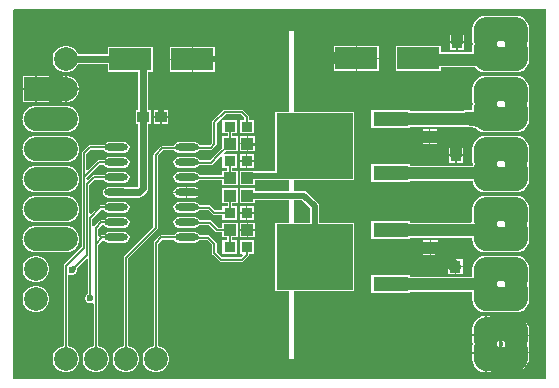
<source format=gtl>
G04*
G04 #@! TF.GenerationSoftware,Altium Limited,Altium Designer,22.5.1 (42)*
G04*
G04 Layer_Physical_Order=1*
G04 Layer_Color=255*
%FSLAX44Y44*%
%MOMM*%
G71*
G04*
G04 #@! TF.SameCoordinates,A46AD673-58F9-48DA-A448-B45004F78B62*
G04*
G04*
G04 #@! TF.FilePolarity,Positive*
G04*
G01*
G75*
%ADD11C,0.6000*%
%ADD15O,2.0000X0.6000*%
%ADD16R,3.6000X1.8500*%
%ADD17R,1.0000X0.9500*%
%ADD18R,0.9500X1.0000*%
%ADD19R,1.0500X1.0000*%
%ADD20R,0.9500X0.9000*%
%ADD21R,6.4000X5.5500*%
%ADD22R,3.0000X1.2500*%
%ADD37C,1.0000*%
%ADD38C,0.1270*%
%ADD39C,0.5000*%
%ADD40C,2.0000*%
%ADD41C,2.0000*%
%ADD42O,2.0000X3.0000*%
%ADD43O,2.0000X2.8000*%
%ADD44R,2.0000X2.0000*%
%ADD45C,0.6000*%
%ADD46C,1.0000*%
G36*
X431800Y-118300D02*
X-19050D01*
Y193602D01*
X-18152Y194500D01*
X189700Y194443D01*
X190950D01*
Y194500D01*
X431800D01*
Y-118300D01*
D02*
G37*
%LPC*%
G36*
X362520Y172970D02*
X357135D01*
Y167335D01*
X362520D01*
Y172970D01*
D02*
G37*
G36*
X355865D02*
X350480D01*
Y167335D01*
X355865D01*
Y172970D01*
D02*
G37*
G36*
X362520Y166065D02*
X357135D01*
Y160430D01*
X362520D01*
Y166065D01*
D02*
G37*
G36*
X355865D02*
X350480D01*
Y160430D01*
X355865D01*
Y166065D01*
D02*
G37*
G36*
X406400Y189167D02*
X381000D01*
X378058Y188780D01*
X375316Y187644D01*
X372962Y185838D01*
X371156Y183484D01*
X370020Y180742D01*
X369633Y177800D01*
X369639Y177750D01*
X369633Y177700D01*
Y167700D01*
X369975Y165100D01*
X369633Y162500D01*
Y158093D01*
X356500D01*
X356000Y157993D01*
X355500Y158093D01*
X343270D01*
Y163470D01*
X304730D01*
Y142430D01*
X343270D01*
Y145307D01*
X355500D01*
X356000Y145407D01*
X356500Y145307D01*
X372237D01*
X372962Y144362D01*
X375316Y142556D01*
X378058Y141420D01*
X381000Y141033D01*
X406400D01*
X409342Y141420D01*
X412084Y142556D01*
X414438Y144362D01*
X416244Y146716D01*
X417380Y149458D01*
X417767Y152400D01*
X417668Y153150D01*
X417767Y153900D01*
Y161900D01*
X417380Y164842D01*
X417273Y165100D01*
X417380Y165358D01*
X417767Y168300D01*
Y176300D01*
X417668Y177050D01*
X417767Y177800D01*
X417380Y180742D01*
X416244Y183484D01*
X414438Y185838D01*
X412084Y187644D01*
X409342Y188780D01*
X406400Y189167D01*
D02*
G37*
G36*
X290770Y163470D02*
X272135D01*
Y153585D01*
X290770D01*
Y163470D01*
D02*
G37*
G36*
X270865D02*
X252230D01*
Y153585D01*
X270865D01*
Y163470D01*
D02*
G37*
G36*
X151750Y162540D02*
X133115D01*
Y152655D01*
X151750D01*
Y162540D01*
D02*
G37*
G36*
X131845D02*
X113210D01*
Y152655D01*
X131845D01*
Y162540D01*
D02*
G37*
G36*
X290770Y152315D02*
X272135D01*
Y142430D01*
X290770D01*
Y152315D01*
D02*
G37*
G36*
X270865D02*
X252230D01*
Y142430D01*
X270865D01*
Y152315D01*
D02*
G37*
G36*
X151750Y151385D02*
X133115D01*
Y141500D01*
X151750D01*
Y151385D01*
D02*
G37*
G36*
X131845D02*
X113210D01*
Y141500D01*
X131845D01*
Y151385D01*
D02*
G37*
G36*
X26884Y138270D02*
X26035D01*
Y127635D01*
X36670D01*
Y128484D01*
X35902Y131350D01*
X34418Y133920D01*
X32320Y136018D01*
X29750Y137502D01*
X26884Y138270D01*
D02*
G37*
G36*
X11270D02*
X635D01*
Y127635D01*
X11270D01*
Y138270D01*
D02*
G37*
G36*
X-635D02*
X-11270D01*
Y127635D01*
X-635D01*
Y138270D01*
D02*
G37*
G36*
X24765D02*
X23916D01*
X21050Y137502D01*
X18480Y136018D01*
X16382Y133920D01*
X14898Y131350D01*
X14130Y128484D01*
Y127635D01*
X24765D01*
Y138270D01*
D02*
G37*
G36*
X36670Y126365D02*
X26035D01*
Y115730D01*
X26884D01*
X29750Y116498D01*
X32320Y117982D01*
X34418Y120080D01*
X35902Y122650D01*
X36670Y125516D01*
Y126365D01*
D02*
G37*
G36*
X24765D02*
X14130D01*
Y125516D01*
X14898Y122650D01*
X16382Y120080D01*
X18480Y117982D01*
X21050Y116498D01*
X23916Y115730D01*
X24765D01*
Y126365D01*
D02*
G37*
G36*
X11270D02*
X635D01*
Y115730D01*
X11270D01*
Y126365D01*
D02*
G37*
G36*
X-635D02*
X-11270D01*
Y115730D01*
X-635D01*
Y126365D01*
D02*
G37*
G36*
X406400Y138367D02*
X381000D01*
X378058Y137980D01*
X375316Y136844D01*
X372962Y135038D01*
X371156Y132684D01*
X370020Y129942D01*
X369633Y127000D01*
X369639Y126950D01*
X369633Y126900D01*
Y116900D01*
X369975Y114300D01*
X369633Y111700D01*
Y108896D01*
X356019Y107995D01*
X355600Y107993D01*
X333550D01*
X333470Y107977D01*
X333390Y107993D01*
X316720D01*
Y109120D01*
X284180D01*
Y94080D01*
X316720D01*
Y95207D01*
X333390D01*
X333470Y95223D01*
X333550Y95207D01*
X355600D01*
X356041Y95205D01*
X365073Y94895D01*
X369303Y94489D01*
X370843Y94235D01*
X372000Y93955D01*
X372711Y93688D01*
X373170Y93382D01*
X373207Y93374D01*
X375316Y91756D01*
X378058Y90620D01*
X381000Y90233D01*
X406400D01*
X409342Y90620D01*
X412084Y91756D01*
X414438Y93562D01*
X416244Y95916D01*
X417380Y98658D01*
X417767Y101600D01*
X417668Y102350D01*
X417767Y103100D01*
Y111100D01*
X417380Y114042D01*
X417273Y114300D01*
X417380Y114558D01*
X417767Y117500D01*
Y125500D01*
X417668Y126250D01*
X417767Y127000D01*
X417380Y129942D01*
X416244Y132684D01*
X414438Y135038D01*
X412084Y136844D01*
X409342Y137980D01*
X406400Y138367D01*
D02*
G37*
G36*
X112270Y109470D02*
X106635D01*
Y104085D01*
X112270D01*
Y109470D01*
D02*
G37*
G36*
X105365D02*
X99730D01*
Y104085D01*
X105365D01*
Y109470D01*
D02*
G37*
G36*
X112270Y102815D02*
X106635D01*
Y97430D01*
X112270D01*
Y102815D01*
D02*
G37*
G36*
X105365D02*
X99730D01*
Y97430D01*
X105365D01*
Y102815D01*
D02*
G37*
G36*
X25400Y112967D02*
X0D01*
X-739Y112870D01*
X-1484D01*
X-2203Y112677D01*
X-2942Y112580D01*
X-3630Y112295D01*
X-4350Y112102D01*
X-4995Y111729D01*
X-5684Y111444D01*
X-6275Y110991D01*
X-6920Y110618D01*
X-7447Y110091D01*
X-8038Y109638D01*
X-8491Y109047D01*
X-9018Y108520D01*
X-9391Y107875D01*
X-9844Y107284D01*
X-10129Y106595D01*
X-10502Y105950D01*
X-10695Y105230D01*
X-10980Y104542D01*
X-11077Y103803D01*
X-11270Y103084D01*
Y102339D01*
X-11367Y101600D01*
X-11270Y100861D01*
Y100116D01*
X-11077Y99397D01*
X-10980Y98658D01*
X-10695Y97970D01*
X-10502Y97250D01*
X-10129Y96605D01*
X-9844Y95916D01*
X-9391Y95325D01*
X-9018Y94680D01*
X-8491Y94153D01*
X-8038Y93562D01*
X-7447Y93109D01*
X-6920Y92582D01*
X-6275Y92209D01*
X-5684Y91756D01*
X-4995Y91471D01*
X-4350Y91098D01*
X-3630Y90905D01*
X-2942Y90620D01*
X-2203Y90523D01*
X-1484Y90330D01*
X-739D01*
X0Y90233D01*
X25400D01*
X26139Y90330D01*
X26884D01*
X27603Y90523D01*
X28342Y90620D01*
X29030Y90905D01*
X29750Y91098D01*
X30395Y91471D01*
X31084Y91756D01*
X31675Y92209D01*
X32320Y92582D01*
X32847Y93109D01*
X33438Y93562D01*
X33891Y94153D01*
X34418Y94680D01*
X34791Y95325D01*
X35244Y95916D01*
X35529Y96605D01*
X35902Y97250D01*
X36095Y97970D01*
X36380Y98658D01*
X36477Y99397D01*
X36670Y100116D01*
Y100861D01*
X36767Y101600D01*
X36670Y102339D01*
Y103084D01*
X36477Y103803D01*
X36380Y104542D01*
X36095Y105230D01*
X35902Y105950D01*
X35529Y106595D01*
X35244Y107284D01*
X34791Y107875D01*
X34418Y108520D01*
X33891Y109047D01*
X33438Y109638D01*
X32847Y110091D01*
X32320Y110618D01*
X31675Y110991D01*
X31084Y111444D01*
X30395Y111729D01*
X29750Y112102D01*
X29030Y112295D01*
X28342Y112580D01*
X27603Y112677D01*
X26884Y112870D01*
X26139D01*
X25400Y112967D01*
D02*
G37*
G36*
X159950Y109642D02*
X159207Y109494D01*
X158577Y109073D01*
X158576Y109073D01*
X149827Y100323D01*
X149405Y99693D01*
X149258Y98950D01*
Y81504D01*
X147146Y79392D01*
X138688D01*
X137829Y80679D01*
X136416Y81622D01*
X134750Y81954D01*
X120750D01*
X119084Y81622D01*
X117671Y80679D01*
X116728Y79266D01*
X116653Y78892D01*
X107200D01*
X107200Y78892D01*
X106457Y78745D01*
X105827Y78323D01*
X100127Y72623D01*
X99705Y71993D01*
X99558Y71250D01*
Y10305D01*
X74827Y-14427D01*
X74405Y-15057D01*
X74258Y-15800D01*
Y-90453D01*
X71850Y-91098D01*
X69280Y-92582D01*
X67182Y-94680D01*
X65698Y-97250D01*
X64930Y-100116D01*
Y-103084D01*
X65698Y-105950D01*
X67182Y-108520D01*
X69280Y-110618D01*
X71850Y-112102D01*
X74716Y-112870D01*
X77684D01*
X80550Y-112102D01*
X83120Y-110618D01*
X85218Y-108520D01*
X86702Y-105950D01*
X87470Y-103084D01*
Y-100116D01*
X86702Y-97250D01*
X85218Y-94680D01*
X83120Y-92582D01*
X80550Y-91098D01*
X78142Y-90453D01*
Y-16604D01*
X102873Y8127D01*
X103294Y8757D01*
X103442Y9500D01*
Y70445D01*
X108005Y75008D01*
X117347D01*
X117671Y74521D01*
X119084Y73578D01*
X120750Y73246D01*
X134750D01*
X136416Y73578D01*
X137829Y74521D01*
X138487Y75508D01*
X147950D01*
X148693Y75656D01*
X149324Y76077D01*
X152573Y79327D01*
X152573Y79327D01*
X152994Y79957D01*
X153142Y80700D01*
Y98146D01*
X160755Y105758D01*
X173645D01*
X176578Y102825D01*
Y100990D01*
X172500D01*
Y89450D01*
X184540D01*
Y100990D01*
X180462D01*
Y103630D01*
X180462Y103630D01*
X180315Y104373D01*
X179893Y105003D01*
X175823Y109073D01*
X175193Y109494D01*
X174450Y109642D01*
X159950D01*
X159950Y109642D01*
D02*
G37*
G36*
X339490Y92790D02*
X334105D01*
Y87155D01*
X339490D01*
Y92790D01*
D02*
G37*
G36*
X332835D02*
X327450D01*
Y87155D01*
X332835D01*
Y92790D01*
D02*
G37*
G36*
X185540Y86990D02*
X179655D01*
Y81355D01*
X185540D01*
Y86990D01*
D02*
G37*
G36*
X178385D02*
X172500D01*
Y81355D01*
X178385D01*
Y86990D01*
D02*
G37*
G36*
X339490Y85885D02*
X334105D01*
Y80250D01*
X339490D01*
Y85885D01*
D02*
G37*
G36*
X332835D02*
X327450D01*
Y80250D01*
X332835D01*
Y85885D01*
D02*
G37*
G36*
X75250Y81954D02*
X61250D01*
X59584Y81622D01*
X58172Y80679D01*
X57412Y79542D01*
X45850D01*
X45850Y79542D01*
X45107Y79394D01*
X44477Y78973D01*
X39377Y73873D01*
X38956Y73243D01*
X38808Y72500D01*
Y52495D01*
X38746Y52378D01*
X38808Y52179D01*
Y-6445D01*
X24027Y-21227D01*
X23605Y-21857D01*
X23458Y-22600D01*
Y-90453D01*
X21050Y-91098D01*
X18480Y-92582D01*
X16382Y-94680D01*
X14898Y-97250D01*
X14130Y-100116D01*
Y-103084D01*
X14898Y-105950D01*
X16382Y-108520D01*
X18480Y-110618D01*
X21050Y-112102D01*
X23916Y-112870D01*
X26884D01*
X29750Y-112102D01*
X32320Y-110618D01*
X34418Y-108520D01*
X35902Y-105950D01*
X36670Y-103084D01*
Y-100116D01*
X35902Y-97250D01*
X34418Y-94680D01*
X32320Y-92582D01*
X29750Y-91098D01*
X27342Y-90453D01*
Y-30290D01*
X28612Y-29736D01*
X29901Y-30270D01*
X31599D01*
X33169Y-29620D01*
X34370Y-28419D01*
X35020Y-26849D01*
Y-26244D01*
X35124Y-26015D01*
X35147Y-25296D01*
X35175Y-25038D01*
X35215Y-24800D01*
X35264Y-24597D01*
X35317Y-24430D01*
X35373Y-24297D01*
X35426Y-24197D01*
X35475Y-24126D01*
X35576Y-24012D01*
X35624Y-23873D01*
X42884Y-16612D01*
X44058Y-17098D01*
Y-45237D01*
X43995Y-45358D01*
X44000Y-45373D01*
X43993Y-45388D01*
X43983Y-45543D01*
X43968Y-45621D01*
X43938Y-45717D01*
X43888Y-45831D01*
X43812Y-45967D01*
X43708Y-46120D01*
X43571Y-46291D01*
X43401Y-46476D01*
X43197Y-46674D01*
X42934Y-46903D01*
X42810Y-47152D01*
X42130Y-47831D01*
X41480Y-49401D01*
Y-51099D01*
X42130Y-52669D01*
X43331Y-53870D01*
X44901Y-54520D01*
X46599D01*
X47588Y-54111D01*
X48858Y-54840D01*
Y-90453D01*
X46450Y-91098D01*
X43880Y-92582D01*
X41782Y-94680D01*
X40298Y-97250D01*
X39530Y-100116D01*
Y-103084D01*
X40298Y-105950D01*
X41782Y-108520D01*
X43880Y-110618D01*
X46450Y-112102D01*
X49316Y-112870D01*
X52284D01*
X55150Y-112102D01*
X57720Y-110618D01*
X59818Y-108520D01*
X61302Y-105950D01*
X62070Y-103084D01*
Y-100116D01*
X61302Y-97250D01*
X59818Y-94680D01*
X57720Y-92582D01*
X55150Y-91098D01*
X52742Y-90453D01*
Y-5922D01*
X52804Y-5806D01*
X52791Y-5766D01*
X52809Y-5727D01*
X52816Y-5528D01*
X52831Y-5390D01*
X52856Y-5262D01*
X52889Y-5142D01*
X52931Y-5027D01*
X52982Y-4917D01*
X53043Y-4809D01*
X53116Y-4701D01*
X53204Y-4592D01*
X53339Y-4446D01*
X53395Y-4297D01*
X56392Y-1300D01*
X58026Y-1461D01*
X58172Y-1679D01*
X59584Y-2622D01*
X61250Y-2954D01*
X75250D01*
X76916Y-2622D01*
X78328Y-1679D01*
X79272Y-266D01*
X79604Y1400D01*
X79272Y3066D01*
X78328Y4478D01*
X76916Y5422D01*
X75250Y5754D01*
X61250D01*
X59584Y5422D01*
X58172Y4478D01*
X57412Y3342D01*
X56345D01*
X56345Y3342D01*
X55602Y3194D01*
X54972Y2773D01*
X53916Y1717D01*
X52742Y2203D01*
Y8496D01*
X56247Y12000D01*
X57574Y11915D01*
X58172Y11021D01*
X59584Y10078D01*
X61250Y9746D01*
X75250D01*
X76916Y10078D01*
X78328Y11021D01*
X79272Y12434D01*
X79604Y14100D01*
X79272Y15766D01*
X78328Y17178D01*
X76916Y18122D01*
X75250Y18454D01*
X61250D01*
X59584Y18122D01*
X58172Y17178D01*
X57412Y16042D01*
X55600D01*
X54857Y15895D01*
X54227Y15473D01*
X54226Y15473D01*
X49427Y10673D01*
X49212Y10353D01*
X47942Y10712D01*
Y17196D01*
X55554Y24808D01*
X57446D01*
X58172Y23721D01*
X59584Y22778D01*
X61250Y22446D01*
X75250D01*
X76916Y22778D01*
X78328Y23721D01*
X79272Y25134D01*
X79604Y26800D01*
X79272Y28466D01*
X78328Y29878D01*
X76916Y30822D01*
X75250Y31154D01*
X61250D01*
X59584Y30822D01*
X58172Y29878D01*
X57379Y28692D01*
X54750D01*
X54750Y28692D01*
X54007Y28544D01*
X53377Y28123D01*
X53376Y28123D01*
X46406Y21153D01*
X45232Y21639D01*
Y45486D01*
X50054Y50308D01*
X57379D01*
X58172Y49121D01*
X59584Y48178D01*
X61250Y47846D01*
X75250D01*
X76916Y48178D01*
X78328Y49121D01*
X79272Y50534D01*
X79604Y52200D01*
X79272Y53866D01*
X78328Y55279D01*
X76916Y56222D01*
X75250Y56554D01*
X61250D01*
X59584Y56222D01*
X58172Y55279D01*
X57446Y54192D01*
X49250D01*
X48507Y54044D01*
X47877Y53623D01*
X44619Y50366D01*
X43994Y50256D01*
X42942Y50449D01*
X42759Y50668D01*
X42766Y50867D01*
X42781Y51005D01*
X42806Y51133D01*
X42839Y51253D01*
X42881Y51368D01*
X42932Y51478D01*
X42993Y51586D01*
X43066Y51694D01*
X43154Y51803D01*
X43289Y51948D01*
X43345Y52098D01*
X54205Y62958D01*
X57412D01*
X58172Y61821D01*
X59584Y60878D01*
X61250Y60546D01*
X75250D01*
X76916Y60878D01*
X78328Y61821D01*
X79272Y63234D01*
X79604Y64900D01*
X79272Y66566D01*
X78328Y67979D01*
X76916Y68922D01*
X75250Y69254D01*
X61250D01*
X59584Y68922D01*
X58172Y67979D01*
X57412Y66842D01*
X53400D01*
X52657Y66694D01*
X52027Y66273D01*
X43866Y58113D01*
X42692Y58598D01*
Y71695D01*
X46655Y75658D01*
X57412D01*
X58172Y74521D01*
X59584Y73578D01*
X61250Y73246D01*
X75250D01*
X76916Y73578D01*
X78328Y74521D01*
X79272Y75934D01*
X79604Y77600D01*
X79272Y79266D01*
X78328Y80679D01*
X76916Y81622D01*
X75250Y81954D01*
D02*
G37*
G36*
X185540Y80085D02*
X179655D01*
Y74450D01*
X185540D01*
Y80085D01*
D02*
G37*
G36*
X178385D02*
X172500D01*
Y74450D01*
X178385D01*
Y80085D01*
D02*
G37*
G36*
X361695Y77245D02*
X356310D01*
Y71610D01*
X361695D01*
Y77245D01*
D02*
G37*
G36*
X355040D02*
X349655D01*
Y71610D01*
X355040D01*
Y77245D01*
D02*
G37*
G36*
X184540Y71990D02*
X179155D01*
Y66855D01*
X184540D01*
Y71990D01*
D02*
G37*
G36*
X177885D02*
X172500D01*
Y66855D01*
X177885D01*
Y71990D01*
D02*
G37*
G36*
X25400Y87567D02*
X0D01*
X-739Y87470D01*
X-1484D01*
X-2203Y87277D01*
X-2942Y87180D01*
X-3630Y86895D01*
X-4350Y86702D01*
X-4995Y86329D01*
X-5684Y86044D01*
X-6275Y85591D01*
X-6920Y85218D01*
X-7447Y84691D01*
X-8038Y84238D01*
X-8491Y83647D01*
X-9018Y83120D01*
X-9391Y82475D01*
X-9844Y81884D01*
X-10129Y81195D01*
X-10502Y80550D01*
X-10695Y79830D01*
X-10980Y79142D01*
X-11077Y78403D01*
X-11270Y77684D01*
Y76939D01*
X-11367Y76200D01*
X-11270Y75461D01*
Y74716D01*
X-11077Y73997D01*
X-10980Y73258D01*
X-10695Y72570D01*
X-10502Y71850D01*
X-10129Y71205D01*
X-9844Y70516D01*
X-9391Y69925D01*
X-9018Y69280D01*
X-8491Y68753D01*
X-8038Y68162D01*
X-7447Y67709D01*
X-6920Y67182D01*
X-6275Y66809D01*
X-5684Y66356D01*
X-4995Y66071D01*
X-4350Y65698D01*
X-3630Y65505D01*
X-2942Y65220D01*
X-2203Y65123D01*
X-1484Y64930D01*
X-739D01*
X0Y64833D01*
X25400D01*
X26139Y64930D01*
X26884D01*
X27603Y65123D01*
X28342Y65220D01*
X29030Y65505D01*
X29750Y65698D01*
X30395Y66071D01*
X31084Y66356D01*
X31675Y66809D01*
X32320Y67182D01*
X32847Y67709D01*
X33438Y68162D01*
X33891Y68753D01*
X34418Y69280D01*
X34791Y69925D01*
X35244Y70516D01*
X35529Y71205D01*
X35902Y71850D01*
X36095Y72570D01*
X36380Y73258D01*
X36477Y73997D01*
X36670Y74716D01*
Y75461D01*
X36767Y76200D01*
X36670Y76939D01*
Y77684D01*
X36477Y78403D01*
X36380Y79142D01*
X36095Y79830D01*
X35902Y80550D01*
X35529Y81195D01*
X35244Y81884D01*
X34791Y82475D01*
X34418Y83120D01*
X33891Y83647D01*
X33438Y84238D01*
X32847Y84691D01*
X32320Y85218D01*
X31675Y85591D01*
X31084Y86044D01*
X30395Y86329D01*
X29750Y86702D01*
X29030Y86895D01*
X28342Y87180D01*
X27603Y87277D01*
X26884Y87470D01*
X26139D01*
X25400Y87567D01*
D02*
G37*
G36*
X361695Y70340D02*
X356310D01*
Y64705D01*
X361695D01*
Y70340D01*
D02*
G37*
G36*
X355040D02*
X349655D01*
Y64705D01*
X355040D01*
Y70340D01*
D02*
G37*
G36*
X406400Y87567D02*
X381000D01*
X378058Y87180D01*
X375316Y86044D01*
X372962Y84238D01*
X371156Y81884D01*
X370020Y79142D01*
X369633Y76200D01*
X369639Y76150D01*
X369633Y76100D01*
Y66100D01*
X369975Y63500D01*
X369803Y62193D01*
X361695D01*
Y62245D01*
X349655D01*
Y62193D01*
X316720D01*
Y63320D01*
X284180D01*
Y48280D01*
X316720D01*
Y49407D01*
X369816D01*
X370020Y47858D01*
X371156Y45116D01*
X372962Y42762D01*
X375316Y40956D01*
X378058Y39820D01*
X381000Y39433D01*
X406400D01*
X409342Y39820D01*
X412084Y40956D01*
X414438Y42762D01*
X416244Y45116D01*
X417380Y47858D01*
X417767Y50800D01*
X417668Y51550D01*
X417767Y52300D01*
Y60300D01*
X417380Y63242D01*
X417273Y63500D01*
X417380Y63758D01*
X417767Y66700D01*
Y74700D01*
X417668Y75450D01*
X417767Y76200D01*
X417380Y79142D01*
X416244Y81884D01*
X414438Y84238D01*
X412084Y86044D01*
X409342Y87180D01*
X406400Y87567D01*
D02*
G37*
G36*
X184540Y65585D02*
X179155D01*
Y60450D01*
X184540D01*
Y65585D01*
D02*
G37*
G36*
X177885D02*
X172500D01*
Y60450D01*
X177885D01*
Y65585D01*
D02*
G37*
G36*
X218450Y175750D02*
X214216D01*
Y107720D01*
X202680D01*
Y57294D01*
X185540D01*
Y57990D01*
X172500D01*
Y45450D01*
X185540D01*
Y49606D01*
X210700D01*
X210700Y49606D01*
X211071Y49680D01*
X214216D01*
Y40564D01*
X185540D01*
Y42990D01*
X172500D01*
Y30450D01*
X185540D01*
Y32876D01*
X214216D01*
Y13720D01*
X202680D01*
Y-44320D01*
X214216D01*
Y-101750D01*
X218450D01*
Y-44320D01*
X269220D01*
Y13720D01*
X239794D01*
Y27950D01*
X239501Y29421D01*
X238668Y30668D01*
X238668Y30668D01*
X229898Y39438D01*
X228651Y40271D01*
X227180Y40564D01*
X227180Y40564D01*
X218450D01*
Y49680D01*
X269220D01*
Y107720D01*
X218450D01*
Y175750D01*
D02*
G37*
G36*
X170040Y100990D02*
X158000D01*
Y89450D01*
X162578D01*
Y86990D01*
X158000D01*
Y77197D01*
X153204Y72401D01*
X153204Y72401D01*
X147495Y66692D01*
X138688D01*
X137829Y67979D01*
X136416Y68922D01*
X134750Y69254D01*
X120750D01*
X119084Y68922D01*
X117671Y67979D01*
X116728Y66566D01*
X116396Y64900D01*
X116728Y63234D01*
X117671Y61821D01*
X119084Y60878D01*
X120750Y60546D01*
X134750D01*
X136416Y60878D01*
X137829Y61821D01*
X138487Y62808D01*
X148300D01*
X149043Y62956D01*
X149674Y63377D01*
X155951Y69654D01*
X155951Y69654D01*
X155951Y69654D01*
X156827Y70530D01*
X158000Y70044D01*
Y60450D01*
X162078D01*
Y57990D01*
X158000D01*
Y53992D01*
X138688D01*
X137829Y55279D01*
X136416Y56222D01*
X134750Y56554D01*
X120750D01*
X119084Y56222D01*
X117671Y55279D01*
X116728Y53866D01*
X116396Y52200D01*
X116728Y50534D01*
X117671Y49121D01*
X119084Y48178D01*
X120750Y47846D01*
X134750D01*
X136416Y48178D01*
X137829Y49121D01*
X138487Y50108D01*
X158000D01*
Y45450D01*
X171040D01*
Y57990D01*
X165962D01*
Y60450D01*
X170040D01*
Y71990D01*
X159946D01*
X159460Y73163D01*
X160747Y74450D01*
X171040D01*
Y86990D01*
X166462D01*
Y89450D01*
X170040D01*
Y100990D01*
D02*
G37*
G36*
X134750Y43854D02*
X128385D01*
Y40135D01*
X138977D01*
X138772Y41166D01*
X137829Y42579D01*
X136416Y43522D01*
X134750Y43854D01*
D02*
G37*
G36*
X127115D02*
X120750D01*
X119084Y43522D01*
X117671Y42579D01*
X116728Y41166D01*
X116523Y40135D01*
X127115D01*
Y43854D01*
D02*
G37*
G36*
X25400Y62167D02*
X0D01*
X-739Y62070D01*
X-1484D01*
X-2203Y61877D01*
X-2942Y61780D01*
X-3630Y61495D01*
X-4350Y61302D01*
X-4995Y60929D01*
X-5684Y60644D01*
X-6275Y60191D01*
X-6920Y59818D01*
X-7447Y59291D01*
X-8038Y58838D01*
X-8491Y58247D01*
X-9018Y57720D01*
X-9391Y57075D01*
X-9844Y56484D01*
X-10129Y55795D01*
X-10502Y55150D01*
X-10695Y54430D01*
X-10980Y53742D01*
X-11077Y53003D01*
X-11270Y52284D01*
Y51539D01*
X-11367Y50800D01*
X-11270Y50061D01*
Y49316D01*
X-11077Y48597D01*
X-10980Y47858D01*
X-10695Y47170D01*
X-10502Y46450D01*
X-10129Y45805D01*
X-9844Y45116D01*
X-9391Y44525D01*
X-9018Y43880D01*
X-8491Y43353D01*
X-8038Y42762D01*
X-7447Y42309D01*
X-6920Y41782D01*
X-6275Y41409D01*
X-5684Y40956D01*
X-4995Y40671D01*
X-4350Y40298D01*
X-3630Y40105D01*
X-2942Y39820D01*
X-2203Y39723D01*
X-1484Y39530D01*
X-739D01*
X0Y39433D01*
X25400D01*
X26139Y39530D01*
X26884D01*
X27603Y39723D01*
X28342Y39820D01*
X29030Y40105D01*
X29750Y40298D01*
X30395Y40671D01*
X31084Y40956D01*
X31675Y41409D01*
X32320Y41782D01*
X32847Y42309D01*
X33438Y42762D01*
X33891Y43353D01*
X34418Y43880D01*
X34791Y44525D01*
X35244Y45116D01*
X35529Y45805D01*
X35902Y46450D01*
X36095Y47170D01*
X36380Y47858D01*
X36477Y48597D01*
X36670Y49316D01*
Y50061D01*
X36767Y50800D01*
X36670Y51539D01*
Y52284D01*
X36477Y53003D01*
X36380Y53742D01*
X36095Y54430D01*
X35902Y55150D01*
X35529Y55795D01*
X35244Y56484D01*
X34791Y57075D01*
X34418Y57720D01*
X33891Y58247D01*
X33438Y58838D01*
X32847Y59291D01*
X32320Y59818D01*
X31675Y60191D01*
X31084Y60644D01*
X30395Y60929D01*
X29750Y61302D01*
X29030Y61495D01*
X28342Y61780D01*
X27603Y61877D01*
X26884Y62070D01*
X26139D01*
X25400Y62167D01*
D02*
G37*
G36*
X138977Y38865D02*
X128385D01*
Y35146D01*
X134750D01*
X136416Y35478D01*
X137829Y36421D01*
X138772Y37834D01*
X138977Y38865D01*
D02*
G37*
G36*
X127115D02*
X116523D01*
X116728Y37834D01*
X117671Y36421D01*
X119084Y35478D01*
X120750Y35146D01*
X127115D01*
Y38865D01*
D02*
G37*
G36*
X26884Y163670D02*
X23916D01*
X21050Y162902D01*
X18480Y161418D01*
X16382Y159320D01*
X14898Y156750D01*
X14130Y153884D01*
Y150916D01*
X14898Y148050D01*
X16382Y145480D01*
X18480Y143382D01*
X21050Y141898D01*
X23916Y141130D01*
X26884D01*
X29750Y141898D01*
X32320Y143382D01*
X34418Y145480D01*
X35900Y148046D01*
X60710D01*
Y141500D01*
X86646D01*
Y109470D01*
X84730D01*
Y97430D01*
X86646D01*
Y44953D01*
X85547Y43854D01*
X61250D01*
X59584Y43522D01*
X58172Y42579D01*
X57228Y41166D01*
X56896Y39500D01*
X57228Y37834D01*
X58172Y36421D01*
X59584Y35478D01*
X61250Y35146D01*
X87350D01*
X89016Y35478D01*
X90428Y36421D01*
X94079Y40072D01*
X95022Y41484D01*
X95354Y43150D01*
Y97430D01*
X97270D01*
Y109470D01*
X95354D01*
Y141500D01*
X99250D01*
Y162540D01*
X60710D01*
Y156754D01*
X35900D01*
X34418Y159320D01*
X32320Y161418D01*
X29750Y162902D01*
X26884Y163670D01*
D02*
G37*
G36*
X171040Y42990D02*
X158000D01*
Y30450D01*
X162578D01*
Y27990D01*
X158000D01*
Y24162D01*
X151985D01*
X148123Y28023D01*
X147493Y28444D01*
X146750Y28592D01*
X138688D01*
X137829Y29878D01*
X136416Y30822D01*
X134750Y31154D01*
X120750D01*
X119084Y30822D01*
X117671Y29878D01*
X116728Y28466D01*
X116396Y26800D01*
X116728Y25134D01*
X117671Y23721D01*
X119084Y22778D01*
X120750Y22446D01*
X134750D01*
X136416Y22778D01*
X137829Y23721D01*
X138487Y24708D01*
X145946D01*
X149806Y20847D01*
X150437Y20426D01*
X151180Y20278D01*
X151180Y20278D01*
X158000D01*
Y16450D01*
X170040D01*
Y27990D01*
X166462D01*
Y30450D01*
X171040D01*
Y42990D01*
D02*
G37*
G36*
X184540Y27990D02*
X179155D01*
Y22855D01*
X184540D01*
Y27990D01*
D02*
G37*
G36*
X177885D02*
X172500D01*
Y22855D01*
X177885D01*
Y27990D01*
D02*
G37*
G36*
X184540Y21585D02*
X179155D01*
Y16450D01*
X184540D01*
Y21585D01*
D02*
G37*
G36*
X177885D02*
X172500D01*
Y16450D01*
X177885D01*
Y21585D01*
D02*
G37*
G36*
X25400Y36767D02*
X0D01*
X-739Y36670D01*
X-1484D01*
X-2203Y36477D01*
X-2942Y36380D01*
X-3630Y36095D01*
X-4350Y35902D01*
X-4995Y35529D01*
X-5684Y35244D01*
X-6275Y34791D01*
X-6920Y34418D01*
X-7447Y33891D01*
X-8038Y33438D01*
X-8491Y32847D01*
X-9018Y32320D01*
X-9391Y31675D01*
X-9844Y31084D01*
X-10129Y30395D01*
X-10502Y29750D01*
X-10695Y29030D01*
X-10980Y28342D01*
X-11077Y27603D01*
X-11270Y26884D01*
Y26139D01*
X-11367Y25400D01*
X-11270Y24661D01*
Y23916D01*
X-11077Y23197D01*
X-10980Y22458D01*
X-10695Y21770D01*
X-10502Y21050D01*
X-10129Y20405D01*
X-9844Y19716D01*
X-9391Y19125D01*
X-9018Y18480D01*
X-8491Y17953D01*
X-8038Y17362D01*
X-7447Y16909D01*
X-6920Y16382D01*
X-6275Y16009D01*
X-5684Y15556D01*
X-4995Y15271D01*
X-4350Y14898D01*
X-3630Y14705D01*
X-2942Y14420D01*
X-2203Y14323D01*
X-1484Y14130D01*
X-739D01*
X0Y14033D01*
X25400D01*
X26139Y14130D01*
X26884D01*
X27603Y14323D01*
X28342Y14420D01*
X29030Y14705D01*
X29750Y14898D01*
X30395Y15271D01*
X31084Y15556D01*
X31675Y16009D01*
X32320Y16382D01*
X32847Y16909D01*
X33438Y17362D01*
X33891Y17953D01*
X34418Y18480D01*
X34791Y19125D01*
X35244Y19716D01*
X35529Y20405D01*
X35902Y21050D01*
X36095Y21770D01*
X36380Y22458D01*
X36477Y23197D01*
X36670Y23916D01*
Y24661D01*
X36767Y25400D01*
X36670Y26139D01*
Y26884D01*
X36477Y27603D01*
X36380Y28342D01*
X36095Y29030D01*
X35902Y29750D01*
X35529Y30395D01*
X35244Y31084D01*
X34791Y31675D01*
X34418Y32320D01*
X33891Y32847D01*
X33438Y33438D01*
X32847Y33891D01*
X32320Y34418D01*
X31675Y34791D01*
X31084Y35244D01*
X30395Y35529D01*
X29750Y35902D01*
X29030Y36095D01*
X28342Y36380D01*
X27603Y36477D01*
X26884Y36670D01*
X26139D01*
X25400Y36767D01*
D02*
G37*
G36*
X406400D02*
X381000D01*
X378058Y36380D01*
X375316Y35244D01*
X372962Y33438D01*
X371156Y31084D01*
X370020Y28342D01*
X369633Y25400D01*
X369639Y25350D01*
X369633Y25300D01*
Y15300D01*
X369679Y14948D01*
X368842Y13993D01*
X316720D01*
Y15120D01*
X284180D01*
Y80D01*
X316720D01*
Y1207D01*
X369425D01*
X369633Y-0D01*
X370020Y-2942D01*
X371156Y-5684D01*
X372962Y-8038D01*
X375316Y-9844D01*
X378058Y-10980D01*
X381000Y-11367D01*
X406400D01*
X409342Y-10980D01*
X412084Y-9844D01*
X414438Y-8038D01*
X416244Y-5684D01*
X417380Y-2942D01*
X417767Y0D01*
X417668Y750D01*
X417767Y1500D01*
Y9500D01*
X417380Y12442D01*
X417273Y12700D01*
X417380Y12958D01*
X417767Y15900D01*
Y23900D01*
X417668Y24650D01*
X417767Y25400D01*
X417380Y28342D01*
X416244Y31084D01*
X414438Y33438D01*
X412084Y35244D01*
X409342Y36380D01*
X406400Y36767D01*
D02*
G37*
G36*
X185540Y13990D02*
X179655D01*
Y8355D01*
X185540D01*
Y13990D01*
D02*
G37*
G36*
X178385D02*
X172500D01*
Y8355D01*
X178385D01*
Y13990D01*
D02*
G37*
G36*
X185540Y7085D02*
X179655D01*
Y1450D01*
X185540D01*
Y7085D01*
D02*
G37*
G36*
X178385D02*
X172500D01*
Y1450D01*
X178385D01*
Y7085D01*
D02*
G37*
G36*
X340240Y-1130D02*
X334855D01*
Y-6765D01*
X340240D01*
Y-1130D01*
D02*
G37*
G36*
X333585D02*
X328200D01*
Y-6765D01*
X333585D01*
Y-1130D01*
D02*
G37*
G36*
X25400Y11367D02*
X0D01*
X-739Y11270D01*
X-1484D01*
X-2203Y11077D01*
X-2942Y10980D01*
X-3630Y10695D01*
X-4350Y10502D01*
X-4995Y10129D01*
X-5684Y9844D01*
X-6275Y9391D01*
X-6920Y9018D01*
X-7447Y8491D01*
X-8038Y8038D01*
X-8491Y7447D01*
X-9018Y6920D01*
X-9391Y6275D01*
X-9844Y5684D01*
X-10129Y4995D01*
X-10502Y4350D01*
X-10695Y3630D01*
X-10980Y2942D01*
X-11077Y2203D01*
X-11270Y1484D01*
Y739D01*
X-11367Y0D01*
X-11270Y-739D01*
Y-1484D01*
X-11077Y-2203D01*
X-10980Y-2942D01*
X-10695Y-3630D01*
X-10502Y-4350D01*
X-10129Y-4995D01*
X-9844Y-5684D01*
X-9391Y-6275D01*
X-9018Y-6920D01*
X-8491Y-7447D01*
X-8038Y-8038D01*
X-7447Y-8491D01*
X-6920Y-9018D01*
X-6275Y-9391D01*
X-5684Y-9844D01*
X-4995Y-10129D01*
X-4350Y-10502D01*
X-3630Y-10695D01*
X-2942Y-10980D01*
X-2203Y-11077D01*
X-1484Y-11270D01*
X-739D01*
X0Y-11367D01*
X25400D01*
X26139Y-11270D01*
X26884D01*
X27603Y-11077D01*
X28342Y-10980D01*
X29030Y-10695D01*
X29750Y-10502D01*
X30395Y-10129D01*
X31084Y-9844D01*
X31675Y-9391D01*
X32320Y-9018D01*
X32847Y-8491D01*
X33438Y-8038D01*
X33891Y-7447D01*
X34418Y-6920D01*
X34791Y-6275D01*
X35244Y-5684D01*
X35529Y-4995D01*
X35902Y-4350D01*
X36095Y-3630D01*
X36380Y-2942D01*
X36477Y-2203D01*
X36670Y-1484D01*
Y-739D01*
X36767Y0D01*
X36670Y739D01*
Y1484D01*
X36477Y2203D01*
X36380Y2942D01*
X36095Y3630D01*
X35902Y4350D01*
X35529Y4995D01*
X35244Y5684D01*
X34791Y6275D01*
X34418Y6920D01*
X33891Y7447D01*
X33438Y8038D01*
X32847Y8491D01*
X32320Y9018D01*
X31675Y9391D01*
X31084Y9844D01*
X30395Y10129D01*
X29750Y10502D01*
X29030Y10695D01*
X28342Y10980D01*
X27603Y11077D01*
X26884Y11270D01*
X26139D01*
X25400Y11367D01*
D02*
G37*
G36*
X134750Y18454D02*
X120750D01*
X119084Y18122D01*
X117671Y17178D01*
X116728Y15766D01*
X116396Y14100D01*
X116728Y12434D01*
X117671Y11021D01*
X119084Y10078D01*
X120750Y9746D01*
X134750D01*
X136416Y10078D01*
X137829Y11021D01*
X138487Y12008D01*
X146645D01*
X152306Y6347D01*
X152937Y5926D01*
X153680Y5778D01*
X158000D01*
Y1450D01*
X162078D01*
Y-1010D01*
X158000D01*
Y-12550D01*
X170040D01*
Y-1010D01*
X165962D01*
Y1450D01*
X171040D01*
Y13990D01*
X158000D01*
Y9662D01*
X154485D01*
X148823Y15323D01*
X148193Y15745D01*
X147450Y15892D01*
X138688D01*
X137829Y17178D01*
X136416Y18122D01*
X134750Y18454D01*
D02*
G37*
G36*
X340240Y-8035D02*
X334855D01*
Y-13670D01*
X340240D01*
Y-8035D01*
D02*
G37*
G36*
X333585D02*
X328200D01*
Y-13670D01*
X333585D01*
Y-8035D01*
D02*
G37*
G36*
X134750Y5754D02*
X120750D01*
X119084Y5422D01*
X117671Y4478D01*
X116912Y3342D01*
X106400D01*
X105657Y3194D01*
X105027Y2773D01*
X100227Y-2027D01*
X99805Y-2657D01*
X99658Y-3400D01*
Y-90453D01*
X97250Y-91098D01*
X94680Y-92582D01*
X92582Y-94680D01*
X91098Y-97250D01*
X90330Y-100116D01*
Y-103084D01*
X91098Y-105950D01*
X92582Y-108520D01*
X94680Y-110618D01*
X97250Y-112102D01*
X100116Y-112870D01*
X103084D01*
X105950Y-112102D01*
X108520Y-110618D01*
X110618Y-108520D01*
X112102Y-105950D01*
X112870Y-103084D01*
Y-100116D01*
X112102Y-97250D01*
X110618Y-94680D01*
X108520Y-92582D01*
X105950Y-91098D01*
X103542Y-90453D01*
Y-4205D01*
X107205Y-542D01*
X116912D01*
X117671Y-1679D01*
X119084Y-2622D01*
X120750Y-2954D01*
X134750D01*
X136416Y-2622D01*
X137829Y-1679D01*
X138487Y-692D01*
X145345D01*
X149258Y-4604D01*
Y-11800D01*
X149405Y-12543D01*
X149827Y-13173D01*
X155577Y-18923D01*
X156207Y-19344D01*
X156950Y-19492D01*
X174200D01*
X174943Y-19344D01*
X175573Y-18923D01*
X179893Y-14603D01*
X179893Y-14603D01*
X180315Y-13973D01*
X180462Y-13230D01*
Y-12550D01*
X184540D01*
Y-1010D01*
X172500D01*
Y-12550D01*
X174794D01*
X175280Y-13723D01*
X173396Y-15608D01*
X157754D01*
X153142Y-10995D01*
Y-3800D01*
X152994Y-3057D01*
X152573Y-2427D01*
X147523Y2623D01*
X146893Y3045D01*
X146150Y3192D01*
X138688D01*
X137829Y4478D01*
X136416Y5422D01*
X134750Y5754D01*
D02*
G37*
G36*
X361320Y-17030D02*
X355935D01*
Y-22665D01*
X361320D01*
Y-17030D01*
D02*
G37*
G36*
X354665D02*
X349280D01*
Y-22665D01*
X354665D01*
Y-17030D01*
D02*
G37*
G36*
X361320Y-23935D02*
X355935D01*
Y-29570D01*
X361320D01*
Y-23935D01*
D02*
G37*
G36*
X354665D02*
X349280D01*
Y-29570D01*
X354665D01*
Y-23935D01*
D02*
G37*
G36*
X406400Y-14033D02*
X381000D01*
X378058Y-14420D01*
X375316Y-15556D01*
X372962Y-17362D01*
X371156Y-19716D01*
X370020Y-22458D01*
X369633Y-25400D01*
X369639Y-25450D01*
X369633Y-25500D01*
Y-31807D01*
X316720D01*
Y-30680D01*
X284180D01*
Y-45720D01*
X316720D01*
Y-44693D01*
X369633D01*
Y-50700D01*
X369639Y-50750D01*
X369633Y-50800D01*
X370020Y-53742D01*
X371156Y-56484D01*
X372962Y-58838D01*
X375316Y-60644D01*
X378058Y-61780D01*
X381000Y-62167D01*
X406400D01*
X409342Y-61780D01*
X412084Y-60644D01*
X414438Y-58838D01*
X416244Y-56484D01*
X417380Y-53742D01*
X417767Y-50800D01*
X417668Y-50050D01*
X417767Y-49300D01*
Y-41300D01*
X417380Y-38358D01*
X417273Y-38100D01*
X417380Y-37842D01*
X417767Y-34900D01*
Y-26900D01*
X417668Y-26150D01*
X417767Y-25400D01*
X417380Y-22458D01*
X416244Y-19716D01*
X414438Y-17362D01*
X412084Y-15556D01*
X409342Y-14420D01*
X406400Y-14033D01*
D02*
G37*
G36*
X1484Y-14130D02*
X-1484D01*
X-4350Y-14898D01*
X-6920Y-16382D01*
X-9018Y-18480D01*
X-10502Y-21050D01*
X-11270Y-23916D01*
Y-26884D01*
X-10502Y-29750D01*
X-9018Y-32320D01*
X-6920Y-34418D01*
X-4350Y-35902D01*
X-1484Y-36670D01*
X1484D01*
X4350Y-35902D01*
X6920Y-34418D01*
X9018Y-32320D01*
X10502Y-29750D01*
X11270Y-26884D01*
Y-23916D01*
X10502Y-21050D01*
X9018Y-18480D01*
X6920Y-16382D01*
X4350Y-14898D01*
X1484Y-14130D01*
D02*
G37*
G36*
Y-39530D02*
X-1484D01*
X-4350Y-40298D01*
X-6920Y-41782D01*
X-9018Y-43880D01*
X-10502Y-46450D01*
X-11270Y-49316D01*
Y-52284D01*
X-10502Y-55150D01*
X-9018Y-57720D01*
X-6920Y-59818D01*
X-4350Y-61302D01*
X-1484Y-62070D01*
X1484D01*
X4350Y-61302D01*
X6920Y-59818D01*
X9018Y-57720D01*
X10502Y-55150D01*
X11270Y-52284D01*
Y-49316D01*
X10502Y-46450D01*
X9018Y-43880D01*
X6920Y-41782D01*
X4350Y-40298D01*
X1484Y-39530D01*
D02*
G37*
G36*
X381635Y-65016D02*
Y-80665D01*
X392367D01*
Y-76300D01*
X391980Y-73358D01*
X390844Y-70616D01*
X389038Y-68262D01*
X386684Y-66456D01*
X383942Y-65320D01*
X381635Y-65016D01*
D02*
G37*
G36*
X380365D02*
X378058Y-65320D01*
X375316Y-66456D01*
X372962Y-68262D01*
X371156Y-70616D01*
X370020Y-73358D01*
X369633Y-76300D01*
Y-80665D01*
X380365D01*
Y-65016D01*
D02*
G37*
G36*
X407035Y-66416D02*
Y-81065D01*
X417767D01*
Y-77700D01*
X417380Y-74758D01*
X416244Y-72016D01*
X414438Y-69662D01*
X412084Y-67856D01*
X409342Y-66720D01*
X407035Y-66416D01*
D02*
G37*
G36*
X405765D02*
X403458Y-66720D01*
X400716Y-67856D01*
X398362Y-69662D01*
X396556Y-72016D01*
X395420Y-74758D01*
X395033Y-77700D01*
Y-81065D01*
X405765D01*
Y-66416D01*
D02*
G37*
G36*
X417767Y-82335D02*
X395033D01*
Y-85700D01*
X395420Y-88642D01*
X395527Y-88900D01*
X395420Y-89158D01*
X395033Y-92100D01*
Y-95465D01*
X417767D01*
Y-92100D01*
X417380Y-89158D01*
X417273Y-88900D01*
X417380Y-88642D01*
X417767Y-85700D01*
Y-82335D01*
D02*
G37*
G36*
X392367Y-81935D02*
X381000D01*
X369633D01*
Y-86300D01*
X369975Y-88900D01*
X369633Y-91500D01*
Y-95865D01*
X381000D01*
X392367D01*
Y-91500D01*
X392025Y-88900D01*
X392367Y-86300D01*
Y-81935D01*
D02*
G37*
G36*
X417767Y-96735D02*
X407035D01*
Y-111384D01*
X409342Y-111080D01*
X412084Y-109944D01*
X414438Y-108138D01*
X416244Y-105784D01*
X417380Y-103042D01*
X417767Y-100100D01*
Y-96735D01*
D02*
G37*
G36*
X405765D02*
X395033D01*
Y-100100D01*
X395420Y-103042D01*
X396556Y-105784D01*
X398362Y-108138D01*
X400716Y-109944D01*
X403458Y-111080D01*
X405765Y-111384D01*
Y-96735D01*
D02*
G37*
G36*
X392367Y-97135D02*
X381635D01*
Y-112784D01*
X383942Y-112480D01*
X386684Y-111344D01*
X389038Y-109538D01*
X390844Y-107184D01*
X391980Y-104442D01*
X392367Y-101500D01*
Y-97135D01*
D02*
G37*
G36*
X380365D02*
X369633D01*
Y-101500D01*
X370020Y-104442D01*
X371156Y-107184D01*
X372962Y-109538D01*
X375316Y-111344D01*
X378058Y-112480D01*
X380365Y-112784D01*
Y-97135D01*
D02*
G37*
%LPD*%
G36*
X373933Y94524D02*
X373343Y94919D01*
X372405Y95272D01*
X371117Y95583D01*
X369481Y95853D01*
X365162Y96268D01*
X356068Y96579D01*
X352340Y96600D01*
Y106600D01*
X356068Y106621D01*
X371117Y107617D01*
X372405Y107928D01*
X373343Y108281D01*
X373933Y108675D01*
Y94524D01*
D02*
G37*
G36*
X41394Y54821D02*
X41421Y54632D01*
X41466Y54486D01*
X41529Y54384D01*
X41610Y54325D01*
X41708Y54310D01*
X41825Y54337D01*
X41960Y54409D01*
X42112Y54523D01*
X42283Y54681D01*
Y52885D01*
X42112Y52702D01*
X41960Y52511D01*
X41825Y52313D01*
X41708Y52107D01*
X41610Y51894D01*
X41529Y51673D01*
X41466Y51445D01*
X41421Y51210D01*
X41394Y50967D01*
X41385Y50717D01*
X40115Y52250D01*
X41385Y55053D01*
X41394Y54821D01*
D02*
G37*
G36*
X51444Y-1574D02*
X51471Y-1763D01*
X51516Y-1909D01*
X51579Y-2011D01*
X51659Y-2070D01*
X51758Y-2086D01*
X51875Y-2058D01*
X52010Y-1986D01*
X52162Y-1872D01*
X52333Y-1714D01*
Y-3510D01*
X52162Y-3693D01*
X52010Y-3884D01*
X51875Y-4082D01*
X51758Y-4288D01*
X51659Y-4501D01*
X51579Y-4721D01*
X51516Y-4949D01*
X51471Y-5185D01*
X51444Y-5428D01*
X51435Y-5678D01*
X50165Y-4145D01*
X51435Y-1342D01*
X51444Y-1574D01*
D02*
G37*
G36*
X34545Y-23103D02*
X34390Y-23279D01*
X34252Y-23479D01*
X34131Y-23704D01*
X34026Y-23953D01*
X33938Y-24228D01*
X33867Y-24527D01*
X33813Y-24850D01*
X33775Y-25199D01*
X33750Y-25970D01*
X30780Y-23000D01*
X31178Y-22996D01*
X31900Y-22937D01*
X32223Y-22883D01*
X32522Y-22812D01*
X32797Y-22724D01*
X33046Y-22619D01*
X33271Y-22498D01*
X33472Y-22360D01*
X33647Y-22205D01*
X34545Y-23103D01*
D02*
G37*
G36*
X46635Y-45584D02*
X46649Y-45809D01*
X46691Y-46044D01*
X46760Y-46289D01*
X46857Y-46545D01*
X46982Y-46810D01*
X47134Y-47086D01*
X47314Y-47372D01*
X47758Y-47974D01*
X48021Y-48290D01*
X43836Y-47940D01*
X44126Y-47687D01*
X44386Y-47436D01*
X44616Y-47186D01*
X44815Y-46937D01*
X44983Y-46690D01*
X45120Y-46444D01*
X45227Y-46200D01*
X45304Y-45957D01*
X45350Y-45715D01*
X45365Y-45475D01*
X46635Y-45584D01*
D02*
G37*
G36*
X232106Y26358D02*
Y13720D01*
X218450D01*
Y32876D01*
X225588D01*
X232106Y26358D01*
D02*
G37*
D11*
X70750Y39500D02*
X87350D01*
X91000Y43150D01*
Y103450D01*
X144625Y39375D02*
X144750Y39250D01*
X144500Y39500D02*
X144625Y39375D01*
X125250Y39500D02*
X144500D01*
X25400Y152400D02*
X79600D01*
X79980Y152020D01*
X91000Y103450D02*
Y145770D01*
X79980Y152020D02*
X84750D01*
X91000Y145770D01*
D15*
X68250Y77600D02*
D03*
Y64900D02*
D03*
Y52200D02*
D03*
Y39500D02*
D03*
Y26800D02*
D03*
Y14100D02*
D03*
Y1400D02*
D03*
X127750Y64900D02*
D03*
Y52200D02*
D03*
Y39500D02*
D03*
Y26800D02*
D03*
Y14100D02*
D03*
Y1400D02*
D03*
Y77600D02*
D03*
D16*
X79980Y152020D02*
D03*
X132480D02*
D03*
X324000Y152950D02*
D03*
X271500D02*
D03*
D17*
X106000Y103450D02*
D03*
X91000D02*
D03*
D18*
X356500Y166700D02*
D03*
Y151700D02*
D03*
X333470Y86520D02*
D03*
Y101520D02*
D03*
X355675Y70975D02*
D03*
Y55975D02*
D03*
X334220Y-7400D02*
D03*
Y7600D02*
D03*
X355300Y-23300D02*
D03*
Y-38300D02*
D03*
D19*
X179020Y36720D02*
D03*
X164520D02*
D03*
X179020Y51720D02*
D03*
X164520D02*
D03*
X179020Y7720D02*
D03*
X164520D02*
D03*
X179020Y80720D02*
D03*
X164520D02*
D03*
D20*
X164020Y22220D02*
D03*
X178520D02*
D03*
X164020Y66220D02*
D03*
X178520D02*
D03*
Y-6780D02*
D03*
X164020D02*
D03*
X178520Y95220D02*
D03*
X164020D02*
D03*
D21*
X235950Y-15300D02*
D03*
Y78700D02*
D03*
D22*
X300450Y7600D02*
D03*
Y-38200D02*
D03*
Y101600D02*
D03*
Y55800D02*
D03*
D37*
X313150Y-17860D02*
X323610Y-7400D01*
X300450Y55800D02*
X376381D01*
X301200Y-38200D02*
X375594D01*
X355300Y-38300D02*
X381200D01*
X333470Y86520D02*
X348470D01*
X318470D02*
X333470D01*
X323610Y-7400D02*
X334220D01*
X339400D01*
X355300Y-23300D01*
X310610Y78660D02*
X318470Y86520D01*
X348470D02*
X355675Y79315D01*
Y70975D02*
Y79315D01*
X333550Y101600D02*
X381000D01*
X300450Y101600D02*
X333390D01*
X376381Y55800D02*
X381000Y51181D01*
Y50800D02*
Y51181D01*
Y0D02*
Y2981D01*
X334220Y7600D02*
X376381D01*
X300450D02*
X334220D01*
X376381D02*
X381000Y2981D01*
X301300Y-38300D02*
X355300D01*
X375594Y-38200D02*
X381000Y-32794D01*
X301200Y-38200D02*
X301300Y-38300D01*
X300450Y-38200D02*
X301200D01*
X381000Y-32794D02*
Y-25400D01*
X346700Y185450D02*
X356500Y175650D01*
Y166700D02*
Y175650D01*
X300450Y55800D02*
X300575Y55925D01*
X324000Y152950D02*
X325250Y151700D01*
X355500D01*
X356500D02*
X380300D01*
X381000Y152400D01*
X271500Y152950D02*
X274200Y155650D01*
X282950D01*
X234950Y152950D02*
X271500D01*
X234930Y152970D02*
X234950Y152950D01*
X376381Y-38900D02*
X381000Y-43519D01*
Y-50800D02*
Y-43519D01*
D38*
X30750Y-26000D02*
X43290Y-13460D01*
Y46290D01*
X46000Y-50000D02*
Y18000D01*
X45750Y-50250D02*
X46000Y-50000D01*
X101500Y71250D02*
X107200Y76950D01*
X76200Y-15800D02*
X101500Y9500D01*
Y71250D01*
X76200Y-101600D02*
Y-15800D01*
X50800Y-101600D02*
Y-4145D01*
Y9300D01*
Y-4145D02*
X56345Y1400D01*
X50800Y9300D02*
X55600Y14100D01*
X46000Y18000D02*
X54750Y26750D01*
X43290Y46290D02*
X49250Y52250D01*
X25400Y-101600D02*
Y-22600D01*
X40750Y-7250D01*
Y52250D01*
X55600Y14100D02*
X70750D01*
X56345Y1400D02*
X70750D01*
X70700Y26750D02*
X70750Y26800D01*
X54750Y26750D02*
X70700D01*
X49250Y52250D02*
X70700D01*
X70750Y52200D01*
X40750Y52250D02*
Y72500D01*
X53400Y64900D02*
X70750D01*
X40750Y52250D02*
X53400Y64900D01*
X40750Y72500D02*
X45850Y77600D01*
X70750D01*
X106400Y1400D02*
X125250D01*
X101600Y-3400D02*
X106400Y1400D01*
X101600Y-101600D02*
Y-3400D01*
X125400Y26650D02*
X146750D01*
X125250Y26800D02*
X125400Y26650D01*
X151180Y22220D02*
X164020D01*
X146750Y26650D02*
X151180Y22220D01*
X125400Y13950D02*
X147450D01*
X125250Y14100D02*
X125400Y13950D01*
X153680Y7720D02*
X164520D01*
X147450Y13950D02*
X153680Y7720D01*
X125400Y77450D02*
X147950D01*
X125250Y77600D02*
X125400Y77450D01*
X178520Y95220D02*
Y103630D01*
X174450Y107700D02*
X178520Y103630D01*
X159950Y107700D02*
X174450D01*
X151200Y98950D02*
X159950Y107700D01*
X151200Y80700D02*
Y98950D01*
X147950Y77450D02*
X151200Y80700D01*
X107200Y76950D02*
X124600D01*
X125250Y77600D01*
X125400Y64750D02*
X148300D01*
X125250Y64900D02*
X125400Y64750D01*
X164270Y80720D02*
X164520D01*
X154578Y71027D02*
X164270Y80720D01*
X154578Y71027D02*
Y71027D01*
X148300Y64750D02*
X154578Y71027D01*
X125400Y1250D02*
X146150D01*
X125250Y1400D02*
X125400Y1250D01*
X178520Y-13230D02*
Y-6780D01*
X174200Y-17550D02*
X178520Y-13230D01*
X156950Y-17550D02*
X174200D01*
X151200Y-11800D02*
X156950Y-17550D01*
X151200Y-11800D02*
Y-3800D01*
X146150Y1250D02*
X151200Y-3800D01*
X125400Y52050D02*
X164190D01*
X125250Y52200D02*
X125400Y52050D01*
X164190D02*
X164520Y51720D01*
X179020Y65720D02*
X192680D01*
X178520Y66220D02*
X179020Y65720D01*
X178520Y22220D02*
X192680D01*
X180020Y79720D02*
X192680D01*
X179020Y80720D02*
X180020Y79720D01*
X192680Y7720D02*
X192700Y7700D01*
X179020Y7720D02*
X192680D01*
X164020Y22220D02*
X164520Y22720D01*
Y36720D01*
X164020Y52220D02*
Y66220D01*
Y52220D02*
X164190Y52050D01*
X164020Y7220D02*
X164520Y7720D01*
X164020Y-6780D02*
Y7220D01*
Y95220D02*
X164520Y94720D01*
Y80720D02*
Y94720D01*
D39*
X141230Y152020D02*
X170636D01*
X132480D02*
X141230D01*
X105850Y103600D02*
X106000Y103450D01*
X105700Y125700D02*
X105850Y125550D01*
Y103600D02*
Y125550D01*
X180750Y53450D02*
X210700D01*
X179020Y51720D02*
X180750Y53450D01*
X210700D02*
X235950Y78700D01*
X227180Y36720D02*
X235950Y27950D01*
X179020Y36720D02*
X227180D01*
X235950Y-15300D02*
Y27950D01*
D40*
X381000Y177800D02*
X406400D01*
X381000Y152400D02*
X406400D01*
X381000Y-76200D02*
X406400D01*
X381000Y-101600D02*
X406400D01*
X381000Y127000D02*
X406400D01*
X381000Y101600D02*
X406400D01*
X381000Y76200D02*
X406400D01*
X381000Y50800D02*
X406400D01*
X381000Y25400D02*
X406400D01*
X381000Y0D02*
X406400D01*
X381000Y-25400D02*
X406400D01*
X381000Y-50800D02*
X406400D01*
X0Y127000D02*
X25400D01*
X0Y0D02*
X25400D01*
X0Y101600D02*
X25400D01*
X0Y76200D02*
X25400D01*
X0Y50800D02*
X25400D01*
X0Y25400D02*
X25400D01*
D41*
Y152400D02*
D03*
Y127000D02*
D03*
Y101600D02*
D03*
Y76200D02*
D03*
Y50800D02*
D03*
Y25400D02*
D03*
Y0D02*
D03*
Y-101600D02*
D03*
X50800D02*
D03*
X76200D02*
D03*
X101600D02*
D03*
X0Y101600D02*
D03*
Y-50800D02*
D03*
Y25400D02*
D03*
Y50800D02*
D03*
Y76200D02*
D03*
Y-25400D02*
D03*
Y0D02*
D03*
D42*
X381000Y172700D02*
D03*
Y157500D02*
D03*
Y121900D02*
D03*
Y106700D02*
D03*
Y71100D02*
D03*
Y55900D02*
D03*
Y20300D02*
D03*
Y5100D02*
D03*
Y-30500D02*
D03*
Y-45700D02*
D03*
Y-81300D02*
D03*
Y-96500D02*
D03*
D43*
X406400Y157900D02*
D03*
Y172300D02*
D03*
Y5500D02*
D03*
Y-45300D02*
D03*
Y-30900D02*
D03*
Y121500D02*
D03*
Y107100D02*
D03*
Y56300D02*
D03*
Y70700D02*
D03*
Y19900D02*
D03*
Y-96100D02*
D03*
Y-81700D02*
D03*
D44*
X0Y127000D02*
D03*
D45*
X422450Y170800D02*
D03*
Y145400D02*
D03*
Y120000D02*
D03*
Y94600D02*
D03*
Y69200D02*
D03*
Y43800D02*
D03*
Y18400D02*
D03*
Y-7000D02*
D03*
Y-32400D02*
D03*
Y-57800D02*
D03*
Y-83200D02*
D03*
Y-108600D02*
D03*
X365300Y183500D02*
D03*
Y132700D02*
D03*
X358950Y120000D02*
D03*
X365300Y81900D02*
D03*
X358950Y43800D02*
D03*
X365300Y31100D02*
D03*
X358950Y18400D02*
D03*
Y-7000D02*
D03*
X365300Y-19700D02*
D03*
X358950Y-57800D02*
D03*
X365300Y-70500D02*
D03*
X358950Y-83200D02*
D03*
X365300Y-95900D02*
D03*
X358950Y-108600D02*
D03*
X346250Y170800D02*
D03*
X352600Y132700D02*
D03*
X346250Y120000D02*
D03*
X352600Y81900D02*
D03*
X346250Y69200D02*
D03*
Y43800D02*
D03*
X352600Y31100D02*
D03*
X346250Y18400D02*
D03*
Y-7000D02*
D03*
Y-57800D02*
D03*
X352600Y-70500D02*
D03*
X346250Y-83200D02*
D03*
X352600Y-95900D02*
D03*
X346250Y-108600D02*
D03*
X333550Y170800D02*
D03*
X339900Y132700D02*
D03*
X333550Y120000D02*
D03*
Y69200D02*
D03*
Y43800D02*
D03*
X339900Y31100D02*
D03*
X333550Y18400D02*
D03*
X339900Y-19700D02*
D03*
X333550Y-57800D02*
D03*
X339900Y-70500D02*
D03*
X333550Y-83200D02*
D03*
X339900Y-95900D02*
D03*
X333550Y-108600D02*
D03*
X327200Y183500D02*
D03*
X320850Y170800D02*
D03*
X327200Y132700D02*
D03*
X320850Y120000D02*
D03*
Y69200D02*
D03*
Y43800D02*
D03*
X327200Y31100D02*
D03*
X320850Y18400D02*
D03*
Y-7000D02*
D03*
X327200Y-19700D02*
D03*
X320850Y-57800D02*
D03*
X327200Y-70500D02*
D03*
X320850Y-83200D02*
D03*
X327200Y-95900D02*
D03*
X320850Y-108600D02*
D03*
X314500Y183500D02*
D03*
X308150Y170800D02*
D03*
X314500Y132700D02*
D03*
X308150Y120000D02*
D03*
Y69200D02*
D03*
Y43800D02*
D03*
X314500Y31100D02*
D03*
X308150Y18400D02*
D03*
Y-7000D02*
D03*
Y-57800D02*
D03*
X314500Y-70500D02*
D03*
X308150Y-83200D02*
D03*
X314500Y-95900D02*
D03*
X308150Y-108600D02*
D03*
X301800Y183500D02*
D03*
X295450Y170800D02*
D03*
Y145400D02*
D03*
X301800Y132700D02*
D03*
X295450Y120000D02*
D03*
X301800Y81900D02*
D03*
X295450Y69200D02*
D03*
Y43800D02*
D03*
X301800Y31100D02*
D03*
X295450Y18400D02*
D03*
Y-7000D02*
D03*
X301800Y-19700D02*
D03*
X295450Y-57800D02*
D03*
X301800Y-70500D02*
D03*
X295450Y-83200D02*
D03*
X301800Y-95900D02*
D03*
X295450Y-108600D02*
D03*
X289100Y183500D02*
D03*
X282750Y170800D02*
D03*
X289100Y132700D02*
D03*
X282750Y120000D02*
D03*
X289100Y81900D02*
D03*
X282750Y69200D02*
D03*
Y43800D02*
D03*
X289100Y31100D02*
D03*
X282750Y18400D02*
D03*
Y-7000D02*
D03*
X289100Y-19700D02*
D03*
X282750Y-57800D02*
D03*
X289100Y-70500D02*
D03*
X282750Y-83200D02*
D03*
X289100Y-95900D02*
D03*
X282750Y-108600D02*
D03*
X276400Y183500D02*
D03*
X270050Y170800D02*
D03*
X276400Y132700D02*
D03*
X270050Y120000D02*
D03*
X276400Y107300D02*
D03*
Y81900D02*
D03*
Y56500D02*
D03*
X270050Y43800D02*
D03*
X276400Y31100D02*
D03*
X270050Y18400D02*
D03*
X276400Y5700D02*
D03*
Y-19700D02*
D03*
Y-45100D02*
D03*
X270050Y-57800D02*
D03*
X276400Y-70500D02*
D03*
X270050Y-83200D02*
D03*
X276400Y-95900D02*
D03*
X270050Y-108600D02*
D03*
X263700Y183500D02*
D03*
X257350Y170800D02*
D03*
X263700Y132700D02*
D03*
X257350Y120000D02*
D03*
Y43800D02*
D03*
X263700Y31100D02*
D03*
X257350Y18400D02*
D03*
Y-57800D02*
D03*
X263700Y-70500D02*
D03*
X257350Y-83200D02*
D03*
X263700Y-95900D02*
D03*
X257350Y-108600D02*
D03*
X251000Y183500D02*
D03*
X244650Y170800D02*
D03*
Y145400D02*
D03*
X251000Y132700D02*
D03*
X244650Y120000D02*
D03*
Y43800D02*
D03*
X251000Y31100D02*
D03*
X244650Y18400D02*
D03*
Y-57800D02*
D03*
X251000Y-70500D02*
D03*
X244650Y-83200D02*
D03*
X251000Y-95900D02*
D03*
X244650Y-108600D02*
D03*
X238300Y183500D02*
D03*
X231950Y170800D02*
D03*
X238300Y132700D02*
D03*
X231950Y120000D02*
D03*
Y43800D02*
D03*
Y-57800D02*
D03*
X238300Y-70500D02*
D03*
X231950Y-83200D02*
D03*
X238300Y-95900D02*
D03*
X231950Y-108600D02*
D03*
X225600Y183500D02*
D03*
Y158100D02*
D03*
Y132700D02*
D03*
Y-70500D02*
D03*
Y-95900D02*
D03*
X219250Y-108600D02*
D03*
X212900Y183500D02*
D03*
X206550Y170800D02*
D03*
Y145400D02*
D03*
Y120000D02*
D03*
Y43800D02*
D03*
Y18400D02*
D03*
Y-57800D02*
D03*
Y-83200D02*
D03*
Y-108600D02*
D03*
X200200Y183500D02*
D03*
X193850Y170800D02*
D03*
X200200Y158100D02*
D03*
X193850Y145400D02*
D03*
X200200Y132700D02*
D03*
X193850Y120000D02*
D03*
Y94600D02*
D03*
Y43800D02*
D03*
Y-7000D02*
D03*
Y-32400D02*
D03*
Y-57800D02*
D03*
X200200Y-70500D02*
D03*
X193850Y-83200D02*
D03*
X200200Y-95900D02*
D03*
X193850Y-108600D02*
D03*
X187500Y183500D02*
D03*
X181150Y170800D02*
D03*
X187500Y158100D02*
D03*
X181150Y145400D02*
D03*
X187500Y132700D02*
D03*
X181150Y120000D02*
D03*
X187500Y107300D02*
D03*
Y-19700D02*
D03*
X181150Y-32400D02*
D03*
X187500Y-45100D02*
D03*
X181150Y-57800D02*
D03*
X187500Y-70500D02*
D03*
X181150Y-83200D02*
D03*
X187500Y-95900D02*
D03*
X181150Y-108600D02*
D03*
X174800Y183500D02*
D03*
X168450Y170800D02*
D03*
X174800Y158100D02*
D03*
Y132700D02*
D03*
X168450Y120000D02*
D03*
Y-32400D02*
D03*
X174800Y-45100D02*
D03*
X168450Y-57800D02*
D03*
X174800Y-70500D02*
D03*
X168450Y-83200D02*
D03*
X174800Y-95900D02*
D03*
X168450Y-108600D02*
D03*
X162100Y183500D02*
D03*
X155750Y170800D02*
D03*
X162100Y158100D02*
D03*
X155750Y145400D02*
D03*
X162100Y132700D02*
D03*
X155750Y120000D02*
D03*
Y-32400D02*
D03*
X162100Y-45100D02*
D03*
X155750Y-57800D02*
D03*
X162100Y-70500D02*
D03*
X155750Y-83200D02*
D03*
X162100Y-95900D02*
D03*
X155750Y-108600D02*
D03*
X149400Y183500D02*
D03*
X143050Y170800D02*
D03*
X149400Y132700D02*
D03*
X143050Y120000D02*
D03*
X149400Y107300D02*
D03*
X143050Y94600D02*
D03*
X149400Y31100D02*
D03*
X143050Y-7000D02*
D03*
X149400Y-19700D02*
D03*
X143050Y-32400D02*
D03*
X149400Y-45100D02*
D03*
X143050Y-57800D02*
D03*
X149400Y-70500D02*
D03*
X143050Y-83200D02*
D03*
X149400Y-95900D02*
D03*
X143050Y-108600D02*
D03*
X136700Y183500D02*
D03*
X130350Y170800D02*
D03*
X136700Y132700D02*
D03*
X130350Y120000D02*
D03*
X136700Y107300D02*
D03*
X130350Y94600D02*
D03*
Y-7000D02*
D03*
X136700Y-19700D02*
D03*
X130350Y-32400D02*
D03*
X136700Y-45100D02*
D03*
X130350Y-57800D02*
D03*
X136700Y-70500D02*
D03*
X130350Y-83200D02*
D03*
X136700Y-95900D02*
D03*
X130350Y-108600D02*
D03*
X124000Y183500D02*
D03*
X117650Y170800D02*
D03*
X124000Y132700D02*
D03*
X117650Y120000D02*
D03*
X124000Y107300D02*
D03*
X117650Y94600D02*
D03*
Y-7000D02*
D03*
X124000Y-19700D02*
D03*
X117650Y-32400D02*
D03*
X124000Y-45100D02*
D03*
X117650Y-57800D02*
D03*
X124000Y-70500D02*
D03*
X117650Y-83200D02*
D03*
X124000Y-95900D02*
D03*
X117650Y-108600D02*
D03*
X111300Y183500D02*
D03*
X104950Y170800D02*
D03*
Y145400D02*
D03*
X111300Y132700D02*
D03*
Y56500D02*
D03*
Y31100D02*
D03*
Y-19700D02*
D03*
Y-45100D02*
D03*
Y-70500D02*
D03*
X98600Y183500D02*
D03*
X92250Y170800D02*
D03*
X98600Y132700D02*
D03*
Y81900D02*
D03*
X92250Y18400D02*
D03*
Y-7000D02*
D03*
Y-32400D02*
D03*
Y-57800D02*
D03*
Y-83200D02*
D03*
X85900Y183500D02*
D03*
X79550Y170800D02*
D03*
Y120000D02*
D03*
Y94600D02*
D03*
X85900Y31100D02*
D03*
Y5700D02*
D03*
Y-19700D02*
D03*
Y-45100D02*
D03*
Y-70500D02*
D03*
X73200Y183500D02*
D03*
X66850Y170800D02*
D03*
X73200Y132700D02*
D03*
X66850Y120000D02*
D03*
X73200Y107300D02*
D03*
X66850Y94600D02*
D03*
Y-7000D02*
D03*
Y-32400D02*
D03*
Y-57800D02*
D03*
Y-83200D02*
D03*
X60500Y183500D02*
D03*
X54150Y170800D02*
D03*
X60500Y132700D02*
D03*
X54150Y120000D02*
D03*
X60500Y107300D02*
D03*
X54150Y94600D02*
D03*
Y43800D02*
D03*
X60500Y-19700D02*
D03*
Y-45100D02*
D03*
Y-70500D02*
D03*
X47800Y183500D02*
D03*
X41450Y170800D02*
D03*
X47800Y132700D02*
D03*
X41450Y120000D02*
D03*
X47800Y107300D02*
D03*
X41450Y94600D02*
D03*
Y-57800D02*
D03*
Y-83200D02*
D03*
X35100Y183500D02*
D03*
X28750Y170800D02*
D03*
X35100Y-45100D02*
D03*
Y-70500D02*
D03*
X22400Y183500D02*
D03*
X16050Y170800D02*
D03*
Y-32400D02*
D03*
Y-57800D02*
D03*
Y-83200D02*
D03*
X9700Y183500D02*
D03*
X3350Y170800D02*
D03*
X9700Y158100D02*
D03*
X3350Y145400D02*
D03*
X9700Y-70500D02*
D03*
X3350Y-83200D02*
D03*
X9700Y-95900D02*
D03*
X3350Y-108600D02*
D03*
X-3000Y183500D02*
D03*
X-9350Y170800D02*
D03*
X-3000Y158100D02*
D03*
X-9350Y145400D02*
D03*
X-3000Y-70500D02*
D03*
X-9350Y-83200D02*
D03*
X-3000Y-95900D02*
D03*
X-9350Y-108600D02*
D03*
X30750Y-26000D02*
D03*
X45750Y-50250D02*
D03*
X170636Y152020D02*
D03*
X144625Y39375D02*
D03*
X105700Y125700D02*
D03*
X192680Y65720D02*
D03*
X192680Y22220D02*
D03*
X192680Y79720D02*
D03*
X192700Y7700D02*
D03*
D46*
X313150Y-17860D02*
D03*
X234930Y152970D02*
D03*
X310610Y78660D02*
D03*
X346700Y185450D02*
D03*
M02*

</source>
